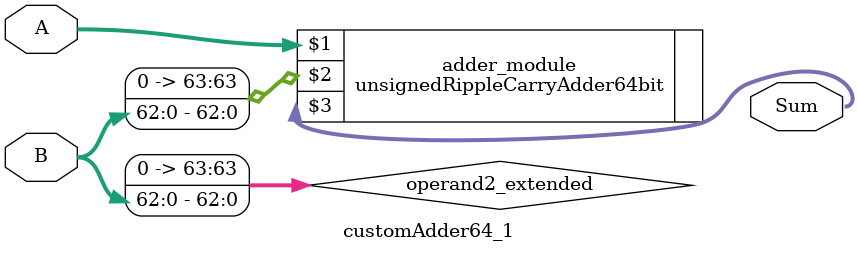
<source format=v>
module customAdder64_1(
                        input [63 : 0] A,
                        input [62 : 0] B,
                        
                        output [64 : 0] Sum
                );

        wire [63 : 0] operand2_extended;
        
        assign operand2_extended =  {1'b0, B};
        
        unsignedRippleCarryAdder64bit adder_module(
            A,
            operand2_extended,
            Sum
        );
        
        endmodule
        
</source>
